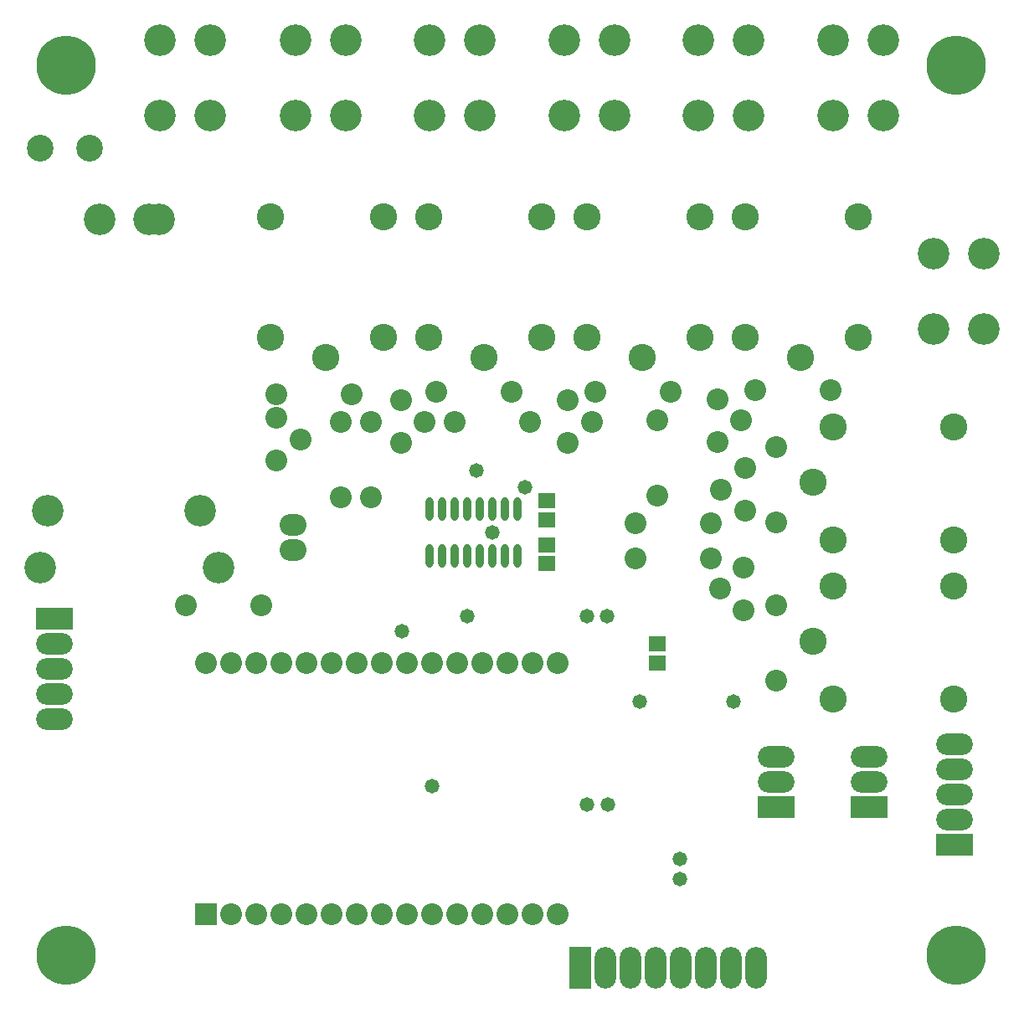
<source format=gbr>
G04*
G04 #@! TF.GenerationSoftware,Altium Limited,Altium Designer,24.3.1 (35)*
G04*
G04 Layer_Color=8388736*
%FSLAX25Y25*%
%MOIN*%
G70*
G04*
G04 #@! TF.SameCoordinates,1CC19C7B-97DE-4EE6-9EAD-702A75026B31*
G04*
G04*
G04 #@! TF.FilePolarity,Negative*
G04*
G01*
G75*
%ADD21O,0.03162X0.09461*%
%ADD22R,0.06706X0.05918*%
%ADD23C,0.12611*%
%ADD24C,0.08674*%
%ADD25R,0.08674X0.08674*%
%ADD26C,0.10800*%
%ADD27O,0.10642X0.08674*%
%ADD28O,0.14580X0.08674*%
%ADD29R,0.14580X0.08674*%
%ADD30O,0.08674X0.16548*%
%ADD31R,0.08674X0.16548*%
%ADD32O,0.08674X0.16548*%
%ADD33C,0.10642*%
%ADD34C,0.23635*%
%ADD35C,0.05800*%
%ADD36C,0.04737*%
D21*
X199500Y197449D02*
D03*
X194500D02*
D03*
X189500D02*
D03*
X184500D02*
D03*
X179500D02*
D03*
X174500D02*
D03*
X169500D02*
D03*
X164500D02*
D03*
X199500Y178551D02*
D03*
X194500D02*
D03*
X189500D02*
D03*
X184500D02*
D03*
X179500D02*
D03*
X174500D02*
D03*
X169500D02*
D03*
X164500D02*
D03*
D22*
X211000Y183000D02*
D03*
Y175520D02*
D03*
Y193000D02*
D03*
Y200480D02*
D03*
X255000Y143500D02*
D03*
Y136020D02*
D03*
D23*
X9378Y173917D02*
D03*
X80244D02*
D03*
X33000Y312500D02*
D03*
X56622D02*
D03*
X385000Y299000D02*
D03*
Y269000D02*
D03*
X365000Y299000D02*
D03*
Y269000D02*
D03*
X12528Y196752D02*
D03*
X73157D02*
D03*
X33000Y312500D02*
D03*
X52685D02*
D03*
X77000Y384000D02*
D03*
Y354000D02*
D03*
X57000Y384000D02*
D03*
Y354000D02*
D03*
X131000Y384000D02*
D03*
Y354000D02*
D03*
X111000Y384000D02*
D03*
Y354000D02*
D03*
X184500Y384000D02*
D03*
Y354000D02*
D03*
X164500Y384000D02*
D03*
Y354000D02*
D03*
X238000Y384000D02*
D03*
Y354000D02*
D03*
X218000Y384000D02*
D03*
Y354000D02*
D03*
X291500Y384000D02*
D03*
Y354000D02*
D03*
X271500Y384000D02*
D03*
Y354000D02*
D03*
X345000Y384000D02*
D03*
Y354000D02*
D03*
X325000Y384000D02*
D03*
Y354000D02*
D03*
D24*
X215500Y136000D02*
D03*
X205500D02*
D03*
X195500D02*
D03*
X185500D02*
D03*
X175500D02*
D03*
X165500D02*
D03*
X155500D02*
D03*
X145500D02*
D03*
X135500D02*
D03*
X125500D02*
D03*
X115500D02*
D03*
X105500D02*
D03*
X95500D02*
D03*
X85500D02*
D03*
X75500D02*
D03*
X215500Y36000D02*
D03*
X205500D02*
D03*
X195500D02*
D03*
X185500D02*
D03*
X175500D02*
D03*
X165500D02*
D03*
X155500D02*
D03*
X145500D02*
D03*
X135500D02*
D03*
X125500D02*
D03*
X115500D02*
D03*
X105500D02*
D03*
X95500D02*
D03*
X85500D02*
D03*
X289500Y174000D02*
D03*
X280000Y165500D02*
D03*
X289500Y157000D02*
D03*
X302500Y159000D02*
D03*
Y129000D02*
D03*
X276500Y177500D02*
D03*
X246500D02*
D03*
X103500Y233500D02*
D03*
X113000Y225000D02*
D03*
X103500Y216500D02*
D03*
X133500Y243000D02*
D03*
X103500D02*
D03*
X129000Y202000D02*
D03*
Y232000D02*
D03*
X153000Y240500D02*
D03*
X162500Y232000D02*
D03*
X153000Y223500D02*
D03*
X141000Y202000D02*
D03*
Y232000D02*
D03*
X197000Y244000D02*
D03*
X167000D02*
D03*
X174500Y232000D02*
D03*
X204500D02*
D03*
X219500Y240500D02*
D03*
X229000Y232000D02*
D03*
X219500Y223500D02*
D03*
X260500Y244000D02*
D03*
X230500D02*
D03*
X255000Y202500D02*
D03*
Y232500D02*
D03*
X279000Y241000D02*
D03*
X288500Y232500D02*
D03*
X279000Y224000D02*
D03*
X324000Y244500D02*
D03*
X294000D02*
D03*
X246500Y191500D02*
D03*
X276500D02*
D03*
X302500Y192000D02*
D03*
Y222000D02*
D03*
X290000Y196500D02*
D03*
X280500Y205000D02*
D03*
X290000Y213500D02*
D03*
X67500Y159000D02*
D03*
X97500D02*
D03*
D25*
X75500Y36000D02*
D03*
D26*
X325000Y166500D02*
D03*
Y121500D02*
D03*
X317000Y144500D02*
D03*
X373000Y166500D02*
D03*
Y121500D02*
D03*
Y185000D02*
D03*
Y230000D02*
D03*
X317000Y208000D02*
D03*
X325000Y185000D02*
D03*
Y230000D02*
D03*
X146000Y313500D02*
D03*
X101000D02*
D03*
X123000Y257500D02*
D03*
X146000Y265500D02*
D03*
X101000D02*
D03*
X209000Y313500D02*
D03*
X164000D02*
D03*
X186000Y257500D02*
D03*
X209000Y265500D02*
D03*
X164000D02*
D03*
X272000Y313500D02*
D03*
X227000D02*
D03*
X249000Y257500D02*
D03*
X272000Y265500D02*
D03*
X227000D02*
D03*
X335000Y313500D02*
D03*
X290000D02*
D03*
X312000Y257500D02*
D03*
X335000Y265500D02*
D03*
X290000D02*
D03*
D27*
X110000Y181000D02*
D03*
Y191000D02*
D03*
D28*
X373500Y73500D02*
D03*
Y83500D02*
D03*
Y93500D02*
D03*
Y103500D02*
D03*
X339500Y88500D02*
D03*
Y98500D02*
D03*
X302500Y88500D02*
D03*
Y98500D02*
D03*
X15000Y143500D02*
D03*
Y133500D02*
D03*
Y123500D02*
D03*
Y113500D02*
D03*
D29*
X373500Y63500D02*
D03*
X339500Y78500D02*
D03*
X302500D02*
D03*
X15000Y153500D02*
D03*
D30*
X264500Y14500D02*
D03*
X244500D02*
D03*
X254500D02*
D03*
X284500D02*
D03*
X274500D02*
D03*
X294500D02*
D03*
D31*
X224500D02*
D03*
D32*
X234500D02*
D03*
D33*
X9315Y341000D02*
D03*
X29000D02*
D03*
D34*
X19685Y19685D02*
D03*
Y374016D02*
D03*
X374016D02*
D03*
Y19685D02*
D03*
D35*
X165500Y87000D02*
D03*
X264000Y58000D02*
D03*
Y50000D02*
D03*
X285500Y120500D02*
D03*
X248000D02*
D03*
X235500Y79500D02*
D03*
X227000D02*
D03*
X235000Y154500D02*
D03*
X227000D02*
D03*
X189500Y188000D02*
D03*
X183000Y212500D02*
D03*
X153500Y148500D02*
D03*
X179500Y154750D02*
D03*
X202500Y205800D02*
D03*
D36*
X25810Y13560D02*
D03*
X13560D02*
D03*
X11024Y19685D02*
D03*
X13560Y25810D02*
D03*
X26006Y25908D02*
D03*
X28543Y19783D02*
D03*
X19685Y11024D02*
D03*
Y28346D02*
D03*
X25810Y367891D02*
D03*
X13560D02*
D03*
X11024Y374016D02*
D03*
X13560Y380140D02*
D03*
X26006Y380239D02*
D03*
X28543Y374114D02*
D03*
X19685Y365354D02*
D03*
Y382677D02*
D03*
X380140Y367891D02*
D03*
X367891D02*
D03*
X365354Y374016D02*
D03*
X367891Y380140D02*
D03*
X380337Y380239D02*
D03*
X382874Y374114D02*
D03*
X374016Y365354D02*
D03*
Y382677D02*
D03*
X380140Y13560D02*
D03*
X367891D02*
D03*
X365354Y19685D02*
D03*
X367891Y25810D02*
D03*
X380337Y25908D02*
D03*
X382874Y19783D02*
D03*
X374016Y11024D02*
D03*
Y28346D02*
D03*
M02*

</source>
